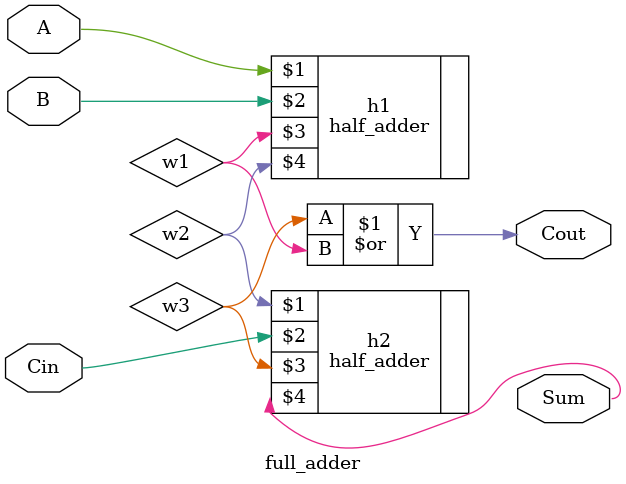
<source format=v>
`include "half_adder.v"
module full_adder (input A,input B,input Cin,output Sum,output Cout);
//Write your code here
wire w1, w2, w3;

half_adder h1(A, B, w1, w2);
half_adder h2(w2, Cin, w3, Sum);
or o1(Cout, w3, w1);

endmodule
</source>
